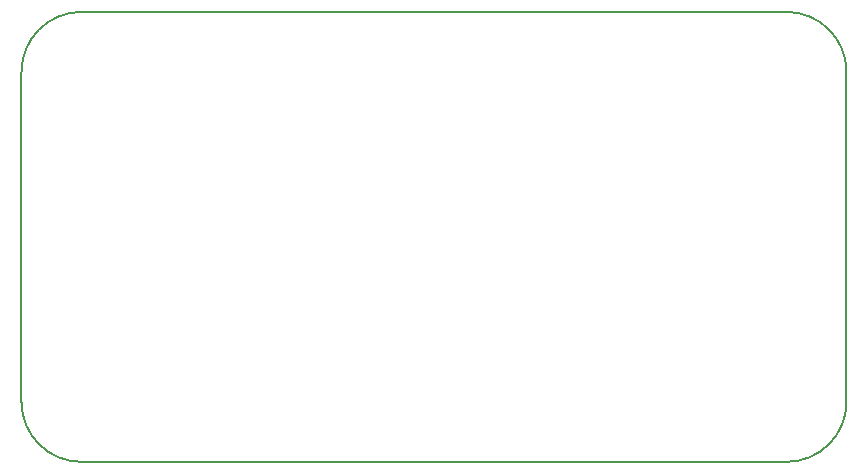
<source format=gko>
G04 DipTrace 2.4.0.2*
%INSuperSimplePowerSupply.gko*%
%MOIN*%
%ADD11C,0.0055*%
%FSLAX44Y44*%
G04*
G70*
G90*
G75*
G01*
%LNBoardOutline*%
%LPD*%
X4875Y25627D2*
D11*
X28375D1*
G03X30375Y27627I0J2000D01*
G01*
Y38627D1*
G03X28375Y40627I-2000J0D01*
G01*
X4875D1*
G03X2875Y38627I0J-2000D01*
G01*
Y27627D1*
G03X4875Y25627I2000J0D01*
G01*
M02*

</source>
